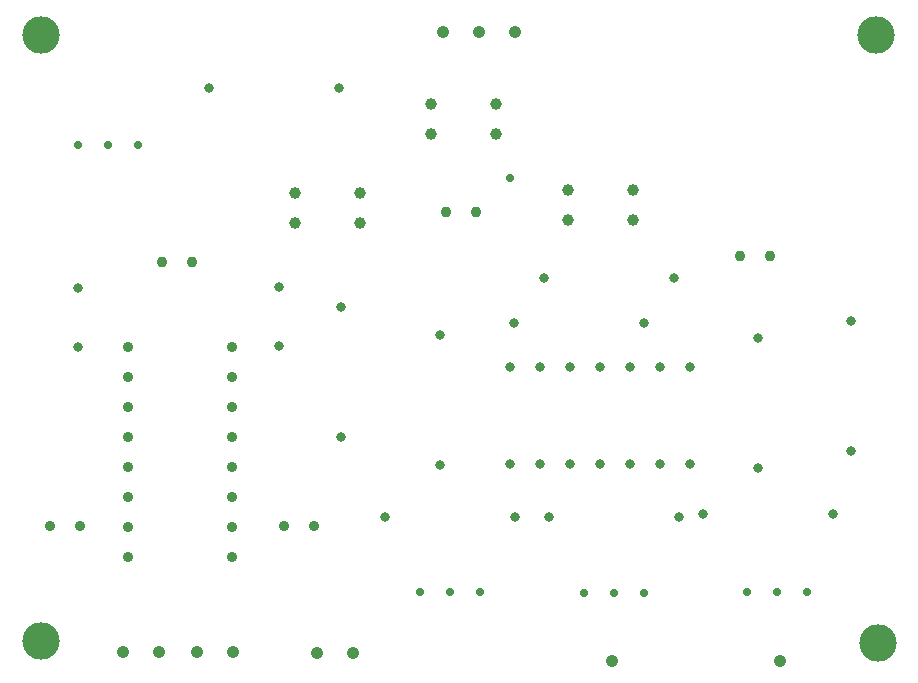
<source format=gbr>
%TF.GenerationSoftware,Altium Limited,Altium Designer,24.7.2 (38)*%
G04 Layer_Color=0*
%FSLAX45Y45*%
%MOMM*%
%TF.SameCoordinates,8DC067B9-F269-4F74-8086-07FC6546BFF1*%
%TF.FilePolarity,Positive*%
%TF.FileFunction,Plated,1,2,PTH,Drill*%
%TF.Part,Single*%
G01*
G75*
%TA.AperFunction,ComponentDrill*%
%ADD11C,1.00000*%
%TA.AperFunction,OtherDrill,Free Pad (3.556mm,54.737mm)*%
%ADD12C,3.17500*%
%TA.AperFunction,ComponentDrill*%
%ADD13C,0.80000*%
%ADD14C,0.90000*%
%ADD15C,1.04000*%
%ADD16C,0.80000*%
%TA.AperFunction,OtherDrill,Free Pad (74.295mm,54.737mm)*%
%ADD17C,3.17500*%
%TA.AperFunction,OtherDrill,Free Pad (3.556mm,3.429mm)*%
%ADD18C,3.17500*%
%TA.AperFunction,OtherDrill,Free Pad (74.422mm,3.302mm)*%
%ADD19C,3.17500*%
%TA.AperFunction,ComponentDrill*%
%ADD20C,0.93000*%
%ADD21C,0.89000*%
%ADD22C,0.83000*%
%ADD23C,1.04000*%
%ADD24C,0.71000*%
%TA.AperFunction,ViaDrill,NotFilled*%
%ADD25C,0.71120*%
D11*
X2510699Y4140200D02*
D03*
X3060700D02*
D03*
Y3886200D02*
D03*
X2510699D02*
D03*
X5367701Y3911600D02*
D03*
X4817700D02*
D03*
Y4165600D02*
D03*
X5367701D02*
D03*
X4212000Y4635500D02*
D03*
X3661999D02*
D03*
Y4889500D02*
D03*
X4212000D02*
D03*
D12*
X355600Y5473700D02*
D03*
D13*
X2895600Y3175000D02*
D03*
Y2075002D02*
D03*
X3733800Y1837599D02*
D03*
Y2937601D02*
D03*
X2374900Y3344800D02*
D03*
Y2844800D02*
D03*
X673100Y2836100D02*
D03*
Y3336100D02*
D03*
X6426200Y2908300D02*
D03*
Y1808302D02*
D03*
X7213600Y3051900D02*
D03*
Y1951902D02*
D03*
D14*
X1976700Y1054100D02*
D03*
Y1308100D02*
D03*
Y1562100D02*
D03*
Y1816100D02*
D03*
Y2070100D02*
D03*
Y2324100D02*
D03*
Y2578100D02*
D03*
Y2832100D02*
D03*
X1096702D02*
D03*
Y2578100D02*
D03*
Y2324100D02*
D03*
Y2070100D02*
D03*
Y1816100D02*
D03*
Y1562100D02*
D03*
Y1308100D02*
D03*
Y1054100D02*
D03*
D15*
X4368800Y5499100D02*
D03*
X3759200D02*
D03*
X4064000D02*
D03*
X1981200Y254000D02*
D03*
X1676400D02*
D03*
X1358900D02*
D03*
X1054100D02*
D03*
D16*
X1782897Y5029200D02*
D03*
X2882900D02*
D03*
X5464900Y3035300D02*
D03*
X4364902D02*
D03*
X5718900Y3416300D02*
D03*
X4618902D02*
D03*
X4663349Y1397000D02*
D03*
X5763351D02*
D03*
X7065101Y1422400D02*
D03*
X5965099D02*
D03*
X3272699Y1397000D02*
D03*
X4372701D02*
D03*
D17*
X7429500Y5473700D02*
D03*
D18*
X355600Y342900D02*
D03*
D19*
X7442200Y330200D02*
D03*
D20*
X1384300Y3556000D02*
D03*
X1638300D02*
D03*
X3784600Y3975100D02*
D03*
X4038600D02*
D03*
X6527800Y3606800D02*
D03*
X6273800D02*
D03*
D21*
X685800Y1320800D02*
D03*
X431800D02*
D03*
X2413000D02*
D03*
X2667000D02*
D03*
D22*
X4330700Y1841500D02*
D03*
X4584700D02*
D03*
X4838700D02*
D03*
X5092700D02*
D03*
X5346700D02*
D03*
X5600700D02*
D03*
X5854700D02*
D03*
Y2667000D02*
D03*
X5600700D02*
D03*
X5346700D02*
D03*
X5092700D02*
D03*
X4838700D02*
D03*
X4584700D02*
D03*
X4330700D02*
D03*
D23*
X2997200Y241300D02*
D03*
X2692400D02*
D03*
X5194300Y177800D02*
D03*
X6616700D02*
D03*
D24*
X673100Y4546600D02*
D03*
X927100D02*
D03*
X1181100D02*
D03*
X6845300Y762000D02*
D03*
X6591300D02*
D03*
X6337300D02*
D03*
X4076700D02*
D03*
X3822700D02*
D03*
X3568700D02*
D03*
X4953000Y749300D02*
D03*
X5207000D02*
D03*
X5461000D02*
D03*
D25*
X4330700Y4267200D02*
D03*
%TF.MD5,a97f9107c0f13512d0fe5dc63cea379e*%
M02*

</source>
